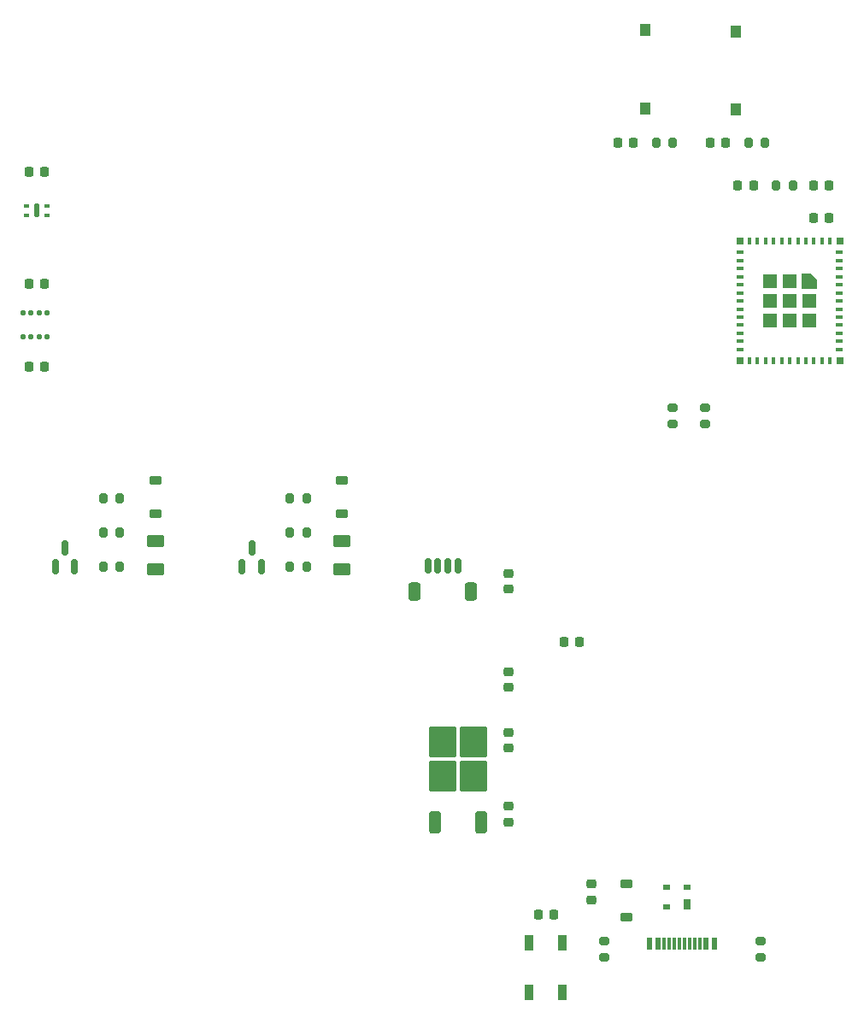
<source format=gbr>
%TF.GenerationSoftware,KiCad,Pcbnew,(7.0.0-0)*%
%TF.CreationDate,2023-03-25T06:26:20-04:00*%
%TF.ProjectId,KwartzLab-SensorBoard-Rev1,4b776172-747a-44c6-9162-2d53656e736f,1*%
%TF.SameCoordinates,Original*%
%TF.FileFunction,Paste,Top*%
%TF.FilePolarity,Positive*%
%FSLAX46Y46*%
G04 Gerber Fmt 4.6, Leading zero omitted, Abs format (unit mm)*
G04 Created by KiCad (PCBNEW (7.0.0-0)) date 2023-03-25 06:26:20*
%MOMM*%
%LPD*%
G01*
G04 APERTURE LIST*
G04 Aperture macros list*
%AMRoundRect*
0 Rectangle with rounded corners*
0 $1 Rounding radius*
0 $2 $3 $4 $5 $6 $7 $8 $9 X,Y pos of 4 corners*
0 Add a 4 corners polygon primitive as box body*
4,1,4,$2,$3,$4,$5,$6,$7,$8,$9,$2,$3,0*
0 Add four circle primitives for the rounded corners*
1,1,$1+$1,$2,$3*
1,1,$1+$1,$4,$5*
1,1,$1+$1,$6,$7*
1,1,$1+$1,$8,$9*
0 Add four rect primitives between the rounded corners*
20,1,$1+$1,$2,$3,$4,$5,0*
20,1,$1+$1,$4,$5,$6,$7,0*
20,1,$1+$1,$6,$7,$8,$9,0*
20,1,$1+$1,$8,$9,$2,$3,0*%
%AMFreePoly0*
4,1,6,0.725000,-0.725000,-0.725000,-0.725000,-0.725000,0.125000,-0.125000,0.725000,0.725000,0.725000,0.725000,-0.725000,0.725000,-0.725000,$1*%
G04 Aperture macros list end*
%ADD10RoundRect,0.250000X0.350000X-0.850000X0.350000X0.850000X-0.350000X0.850000X-0.350000X-0.850000X0*%
%ADD11RoundRect,0.250000X1.125000X-1.275000X1.125000X1.275000X-1.125000X1.275000X-1.125000X-1.275000X0*%
%ADD12R,1.000000X1.250000*%
%ADD13RoundRect,0.225000X-0.225000X-0.250000X0.225000X-0.250000X0.225000X0.250000X-0.225000X0.250000X0*%
%ADD14RoundRect,0.200000X0.200000X0.275000X-0.200000X0.275000X-0.200000X-0.275000X0.200000X-0.275000X0*%
%ADD15RoundRect,0.150000X0.150000X-0.587500X0.150000X0.587500X-0.150000X0.587500X-0.150000X-0.587500X0*%
%ADD16RoundRect,0.225000X0.375000X-0.225000X0.375000X0.225000X-0.375000X0.225000X-0.375000X-0.225000X0*%
%ADD17R,0.400000X0.800000*%
%ADD18R,0.800000X0.400000*%
%ADD19FreePoly0,270.000000*%
%ADD20R,1.450000X1.450000*%
%ADD21R,0.700000X0.700000*%
%ADD22RoundRect,0.200000X-0.275000X0.200000X-0.275000X-0.200000X0.275000X-0.200000X0.275000X0.200000X0*%
%ADD23RoundRect,0.200000X-0.200000X-0.275000X0.200000X-0.275000X0.200000X0.275000X-0.200000X0.275000X0*%
%ADD24RoundRect,0.225000X0.225000X0.250000X-0.225000X0.250000X-0.225000X-0.250000X0.225000X-0.250000X0*%
%ADD25RoundRect,0.225000X0.250000X-0.225000X0.250000X0.225000X-0.250000X0.225000X-0.250000X-0.225000X0*%
%ADD26R,0.900000X1.500000*%
%ADD27RoundRect,0.225000X-0.375000X0.225000X-0.375000X-0.225000X0.375000X-0.225000X0.375000X0.225000X0*%
%ADD28RoundRect,0.150000X0.150000X0.625000X-0.150000X0.625000X-0.150000X-0.625000X0.150000X-0.625000X0*%
%ADD29RoundRect,0.250000X0.350000X0.650000X-0.350000X0.650000X-0.350000X-0.650000X0.350000X-0.650000X0*%
%ADD30RoundRect,0.250000X-0.625000X0.375000X-0.625000X-0.375000X0.625000X-0.375000X0.625000X0.375000X0*%
%ADD31RoundRect,0.125000X-0.125000X-0.137500X0.125000X-0.137500X0.125000X0.137500X-0.125000X0.137500X0*%
%ADD32RoundRect,0.225000X-0.250000X0.225000X-0.250000X-0.225000X0.250000X-0.225000X0.250000X0.225000X0*%
%ADD33R,0.600000X1.150000*%
%ADD34R,0.300000X1.150000*%
%ADD35RoundRect,0.087500X-0.187500X-0.087500X0.187500X-0.087500X0.187500X0.087500X-0.187500X0.087500X0*%
%ADD36RoundRect,0.125000X-0.125000X-0.575000X0.125000X-0.575000X0.125000X0.575000X-0.125000X0.575000X0*%
%ADD37RoundRect,0.087500X0.187500X0.087500X-0.187500X0.087500X-0.187500X-0.087500X0.187500X-0.087500X0*%
%ADD38R,0.700000X1.000000*%
%ADD39R,0.700000X0.600000*%
G04 APERTURE END LIST*
D10*
%TO.C,U2*%
X133495000Y-139275000D03*
D11*
X134250000Y-134650000D03*
X137300000Y-134650000D03*
X134250000Y-131300000D03*
X137300000Y-131300000D03*
D10*
X138055000Y-139275000D03*
%TD*%
D12*
%TO.C,SW1*%
X154349999Y-60774999D03*
X154349999Y-68524999D03*
%TD*%
D13*
%TO.C,C7*%
X151600000Y-71900000D03*
X153150000Y-71900000D03*
%TD*%
D14*
%TO.C,R13*%
X120800000Y-113900000D03*
X119150000Y-113900000D03*
%TD*%
D15*
%TO.C,Q2*%
X114400000Y-113900000D03*
X116300000Y-113900000D03*
X115350000Y-112025000D03*
%TD*%
D16*
%TO.C,D6*%
X105800000Y-108700000D03*
X105800000Y-105400000D03*
%TD*%
D17*
%TO.C,U1*%
X172649999Y-81699999D03*
X171849999Y-81699999D03*
X171049999Y-81699999D03*
X170249999Y-81699999D03*
X169449999Y-81699999D03*
X168649999Y-81699999D03*
X167849999Y-81699999D03*
X167049999Y-81699999D03*
X166249999Y-81699999D03*
X165449999Y-81699999D03*
X164649999Y-81699999D03*
D18*
X163749999Y-82799999D03*
X163749999Y-83599999D03*
X163749999Y-84399999D03*
X163749999Y-85199999D03*
X163749999Y-85999999D03*
X163749999Y-86799999D03*
X163749999Y-87599999D03*
X163749999Y-88399999D03*
X163749999Y-89199999D03*
X163749999Y-89999999D03*
X163749999Y-90799999D03*
X163749999Y-91599999D03*
X163749999Y-92399999D03*
D17*
X164649999Y-93499999D03*
X165449999Y-93499999D03*
X166249999Y-93499999D03*
X167049999Y-93499999D03*
X167849999Y-93499999D03*
X168649999Y-93499999D03*
X169449999Y-93499999D03*
X170249999Y-93499999D03*
X171049999Y-93499999D03*
X171849999Y-93499999D03*
X172649999Y-93499999D03*
D18*
X173549999Y-92399999D03*
X173549999Y-91599999D03*
X173549999Y-90799999D03*
X173549999Y-89999999D03*
X173549999Y-89199999D03*
X173549999Y-88399999D03*
X173549999Y-87599999D03*
X173549999Y-86799999D03*
X173549999Y-85999999D03*
X173549999Y-85199999D03*
X173549999Y-84399999D03*
X173549999Y-83599999D03*
X173549999Y-82799999D03*
D19*
X170625000Y-85625000D03*
D20*
X168649999Y-85624999D03*
X166674999Y-85624999D03*
X170624999Y-87599999D03*
X168649999Y-87599999D03*
X166674999Y-87599999D03*
X170624999Y-89574999D03*
X168649999Y-89574999D03*
X166674999Y-89574999D03*
D21*
X173599999Y-93549999D03*
X163699999Y-93549999D03*
X163699999Y-81649999D03*
X173599999Y-81649999D03*
%TD*%
D22*
%TO.C,R4*%
X150230000Y-151000000D03*
X150230000Y-152650000D03*
%TD*%
D13*
%TO.C,C2*%
X171000000Y-79400000D03*
X172550000Y-79400000D03*
%TD*%
D23*
%TO.C,R8*%
X100650000Y-110525000D03*
X102300000Y-110525000D03*
%TD*%
D24*
%TO.C,C14*%
X147850000Y-121400000D03*
X146300000Y-121400000D03*
%TD*%
D22*
%TO.C,R1*%
X160300000Y-98150000D03*
X160300000Y-99800000D03*
%TD*%
D13*
%TO.C,C10*%
X93300000Y-74837500D03*
X94850000Y-74837500D03*
%TD*%
D25*
%TO.C,C15*%
X140800000Y-116150000D03*
X140800000Y-114600000D03*
%TD*%
D26*
%TO.C,D3*%
X142799999Y-156049999D03*
X146099999Y-156049999D03*
X146099999Y-151149999D03*
X142799999Y-151149999D03*
%TD*%
D25*
%TO.C,C13*%
X140800000Y-125900000D03*
X140800000Y-124350000D03*
%TD*%
D22*
%TO.C,R5*%
X165730000Y-151000000D03*
X165730000Y-152650000D03*
%TD*%
D12*
%TO.C,SW2*%
X163299999Y-60899999D03*
X163299999Y-68649999D03*
%TD*%
D25*
%TO.C,C5*%
X140800000Y-131900000D03*
X140800000Y-130350000D03*
%TD*%
D23*
%TO.C,R7*%
X164550000Y-71900000D03*
X166200000Y-71900000D03*
%TD*%
D27*
%TO.C,D2*%
X152480000Y-145350000D03*
X152480000Y-148650000D03*
%TD*%
D13*
%TO.C,C1*%
X163500000Y-76150000D03*
X165050000Y-76150000D03*
%TD*%
D28*
%TO.C,J7*%
X135800000Y-113875000D03*
X134800000Y-113875000D03*
X133800000Y-113875000D03*
X132800000Y-113875000D03*
D29*
X137100000Y-116400000D03*
X131500000Y-116400000D03*
%TD*%
D13*
%TO.C,C8*%
X160750000Y-71900000D03*
X162300000Y-71900000D03*
%TD*%
D14*
%TO.C,R10*%
X102300000Y-107150000D03*
X100650000Y-107150000D03*
%TD*%
%TO.C,R12*%
X120800000Y-107150000D03*
X119150000Y-107150000D03*
%TD*%
D16*
%TO.C,D7*%
X124300000Y-108700000D03*
X124300000Y-105400000D03*
%TD*%
D30*
%TO.C,D4*%
X105800000Y-111350000D03*
X105800000Y-114150000D03*
%TD*%
D13*
%TO.C,C3*%
X171000000Y-76150000D03*
X172550000Y-76150000D03*
%TD*%
D31*
%TO.C,U4*%
X92700000Y-88775000D03*
X93500000Y-88775000D03*
X94300000Y-88775000D03*
X95100000Y-88775000D03*
X95100000Y-91150000D03*
X94300000Y-91150000D03*
X93500000Y-91150000D03*
X92700000Y-91150000D03*
%TD*%
D32*
%TO.C,C6*%
X148980000Y-145350000D03*
X148980000Y-146900000D03*
%TD*%
D33*
%TO.C,J2*%
X154779999Y-151294999D03*
X155579999Y-151294999D03*
D34*
X156729999Y-151294999D03*
X157729999Y-151294999D03*
X158229999Y-151294999D03*
X159229999Y-151294999D03*
D33*
X160379999Y-151294999D03*
X161179999Y-151294999D03*
X161179999Y-151294999D03*
X160379999Y-151294999D03*
D34*
X159729999Y-151294999D03*
X158729999Y-151294999D03*
X157229999Y-151294999D03*
X156229999Y-151294999D03*
D33*
X155579999Y-151294999D03*
X154779999Y-151294999D03*
%TD*%
D14*
%TO.C,R11*%
X102300000Y-113900000D03*
X100650000Y-113900000D03*
%TD*%
D15*
%TO.C,Q1*%
X95900000Y-113900000D03*
X97800000Y-113900000D03*
X96850000Y-112025000D03*
%TD*%
D22*
%TO.C,R2*%
X157050000Y-98150000D03*
X157050000Y-99800000D03*
%TD*%
D35*
%TO.C,U3*%
X93000000Y-78150000D03*
X93000000Y-79150000D03*
D36*
X94025000Y-78650000D03*
D37*
X95050000Y-78150000D03*
X95050000Y-79150000D03*
%TD*%
D23*
%TO.C,R9*%
X119150000Y-110525000D03*
X120800000Y-110525000D03*
%TD*%
D30*
%TO.C,D5*%
X124300000Y-111350000D03*
X124300000Y-114150000D03*
%TD*%
D38*
%TO.C,D1*%
X158479999Y-147399999D03*
D39*
X158479999Y-145699999D03*
X156479999Y-145699999D03*
X156479999Y-147599999D03*
%TD*%
D25*
%TO.C,C4*%
X140800000Y-139200000D03*
X140800000Y-137650000D03*
%TD*%
D23*
%TO.C,R6*%
X155400000Y-71900000D03*
X157050000Y-71900000D03*
%TD*%
D13*
%TO.C,C11*%
X93250000Y-85900000D03*
X94800000Y-85900000D03*
%TD*%
%TO.C,C9*%
X143750000Y-148400000D03*
X145300000Y-148400000D03*
%TD*%
D14*
%TO.C,R3*%
X168950000Y-76150000D03*
X167300000Y-76150000D03*
%TD*%
D13*
%TO.C,C12*%
X93250000Y-94150000D03*
X94800000Y-94150000D03*
%TD*%
M02*

</source>
